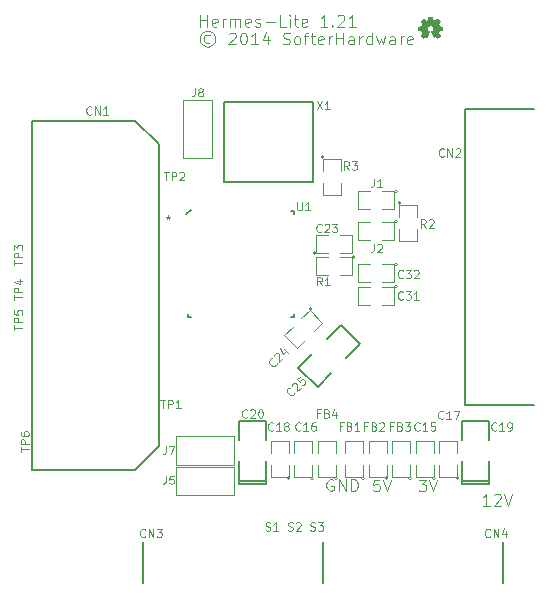
<source format=gto>
%FSLAX46Y46*%
G04 Gerber Fmt 4.6, Leading zero omitted, Abs format (unit mm)*
G04 Created by KiCad (PCBNEW (2014-08-05 BZR 5054)-product) date Sun 07 Dec 2014 10:24:09 PM PST*
%MOMM*%
G01*
G04 APERTURE LIST*
%ADD10C,0.100000*%
%ADD11C,0.150000*%
%ADD12C,0.152400*%
%ADD13C,0.099060*%
%ADD14C,0.127000*%
%ADD15C,0.002540*%
G04 APERTURE END LIST*
D10*
X40880953Y-42752381D02*
X40309524Y-42752381D01*
X40595238Y-42752381D02*
X40595238Y-41752381D01*
X40500000Y-41895238D01*
X40404762Y-41990476D01*
X40309524Y-42038095D01*
X41261905Y-41847619D02*
X41309524Y-41800000D01*
X41404762Y-41752381D01*
X41642858Y-41752381D01*
X41738096Y-41800000D01*
X41785715Y-41847619D01*
X41833334Y-41942857D01*
X41833334Y-42038095D01*
X41785715Y-42180952D01*
X41214286Y-42752381D01*
X41833334Y-42752381D01*
X42119048Y-41752381D02*
X42452381Y-42752381D01*
X42785715Y-41752381D01*
X31559524Y-40552381D02*
X31083333Y-40552381D01*
X31035714Y-41028571D01*
X31083333Y-40980952D01*
X31178571Y-40933333D01*
X31416667Y-40933333D01*
X31511905Y-40980952D01*
X31559524Y-41028571D01*
X31607143Y-41123810D01*
X31607143Y-41361905D01*
X31559524Y-41457143D01*
X31511905Y-41504762D01*
X31416667Y-41552381D01*
X31178571Y-41552381D01*
X31083333Y-41504762D01*
X31035714Y-41457143D01*
X31892857Y-40552381D02*
X32226190Y-41552381D01*
X32559524Y-40552381D01*
X27638096Y-40550000D02*
X27542858Y-40502381D01*
X27400001Y-40502381D01*
X27257143Y-40550000D01*
X27161905Y-40645238D01*
X27114286Y-40740476D01*
X27066667Y-40930952D01*
X27066667Y-41073810D01*
X27114286Y-41264286D01*
X27161905Y-41359524D01*
X27257143Y-41454762D01*
X27400001Y-41502381D01*
X27495239Y-41502381D01*
X27638096Y-41454762D01*
X27685715Y-41407143D01*
X27685715Y-41073810D01*
X27495239Y-41073810D01*
X28114286Y-41502381D02*
X28114286Y-40502381D01*
X28685715Y-41502381D01*
X28685715Y-40502381D01*
X29161905Y-41502381D02*
X29161905Y-40502381D01*
X29400000Y-40502381D01*
X29542858Y-40550000D01*
X29638096Y-40645238D01*
X29685715Y-40740476D01*
X29733334Y-40930952D01*
X29733334Y-41073810D01*
X29685715Y-41264286D01*
X29638096Y-41359524D01*
X29542858Y-41454762D01*
X29400000Y-41502381D01*
X29161905Y-41502381D01*
X34888095Y-40552381D02*
X35507143Y-40552381D01*
X35173809Y-40933333D01*
X35316667Y-40933333D01*
X35411905Y-40980952D01*
X35459524Y-41028571D01*
X35507143Y-41123810D01*
X35507143Y-41361905D01*
X35459524Y-41457143D01*
X35411905Y-41504762D01*
X35316667Y-41552381D01*
X35030952Y-41552381D01*
X34935714Y-41504762D01*
X34888095Y-41457143D01*
X35792857Y-40552381D02*
X36126190Y-41552381D01*
X36459524Y-40552381D01*
X16388095Y-2202381D02*
X16388095Y-1202381D01*
X16388095Y-1678571D02*
X16959524Y-1678571D01*
X16959524Y-2202381D02*
X16959524Y-1202381D01*
X17816667Y-2154762D02*
X17721429Y-2202381D01*
X17530952Y-2202381D01*
X17435714Y-2154762D01*
X17388095Y-2059524D01*
X17388095Y-1678571D01*
X17435714Y-1583333D01*
X17530952Y-1535714D01*
X17721429Y-1535714D01*
X17816667Y-1583333D01*
X17864286Y-1678571D01*
X17864286Y-1773810D01*
X17388095Y-1869048D01*
X18292857Y-2202381D02*
X18292857Y-1535714D01*
X18292857Y-1726190D02*
X18340476Y-1630952D01*
X18388095Y-1583333D01*
X18483333Y-1535714D01*
X18578572Y-1535714D01*
X18911905Y-2202381D02*
X18911905Y-1535714D01*
X18911905Y-1630952D02*
X18959524Y-1583333D01*
X19054762Y-1535714D01*
X19197620Y-1535714D01*
X19292858Y-1583333D01*
X19340477Y-1678571D01*
X19340477Y-2202381D01*
X19340477Y-1678571D02*
X19388096Y-1583333D01*
X19483334Y-1535714D01*
X19626191Y-1535714D01*
X19721429Y-1583333D01*
X19769048Y-1678571D01*
X19769048Y-2202381D01*
X20626191Y-2154762D02*
X20530953Y-2202381D01*
X20340476Y-2202381D01*
X20245238Y-2154762D01*
X20197619Y-2059524D01*
X20197619Y-1678571D01*
X20245238Y-1583333D01*
X20340476Y-1535714D01*
X20530953Y-1535714D01*
X20626191Y-1583333D01*
X20673810Y-1678571D01*
X20673810Y-1773810D01*
X20197619Y-1869048D01*
X21054762Y-2154762D02*
X21150000Y-2202381D01*
X21340476Y-2202381D01*
X21435715Y-2154762D01*
X21483334Y-2059524D01*
X21483334Y-2011905D01*
X21435715Y-1916667D01*
X21340476Y-1869048D01*
X21197619Y-1869048D01*
X21102381Y-1821429D01*
X21054762Y-1726190D01*
X21054762Y-1678571D01*
X21102381Y-1583333D01*
X21197619Y-1535714D01*
X21340476Y-1535714D01*
X21435715Y-1583333D01*
X21911905Y-1821429D02*
X22673810Y-1821429D01*
X23626191Y-2202381D02*
X23150000Y-2202381D01*
X23150000Y-1202381D01*
X23959524Y-2202381D02*
X23959524Y-1535714D01*
X23959524Y-1202381D02*
X23911905Y-1250000D01*
X23959524Y-1297619D01*
X24007143Y-1250000D01*
X23959524Y-1202381D01*
X23959524Y-1297619D01*
X24292857Y-1535714D02*
X24673809Y-1535714D01*
X24435714Y-1202381D02*
X24435714Y-2059524D01*
X24483333Y-2154762D01*
X24578571Y-2202381D01*
X24673809Y-2202381D01*
X25388096Y-2154762D02*
X25292858Y-2202381D01*
X25102381Y-2202381D01*
X25007143Y-2154762D01*
X24959524Y-2059524D01*
X24959524Y-1678571D01*
X25007143Y-1583333D01*
X25102381Y-1535714D01*
X25292858Y-1535714D01*
X25388096Y-1583333D01*
X25435715Y-1678571D01*
X25435715Y-1773810D01*
X24959524Y-1869048D01*
X27150001Y-2202381D02*
X26578572Y-2202381D01*
X26864286Y-2202381D02*
X26864286Y-1202381D01*
X26769048Y-1345238D01*
X26673810Y-1440476D01*
X26578572Y-1488095D01*
X27578572Y-2107143D02*
X27626191Y-2154762D01*
X27578572Y-2202381D01*
X27530953Y-2154762D01*
X27578572Y-2107143D01*
X27578572Y-2202381D01*
X28007143Y-1297619D02*
X28054762Y-1250000D01*
X28150000Y-1202381D01*
X28388096Y-1202381D01*
X28483334Y-1250000D01*
X28530953Y-1297619D01*
X28578572Y-1392857D01*
X28578572Y-1488095D01*
X28530953Y-1630952D01*
X27959524Y-2202381D01*
X28578572Y-2202381D01*
X29530953Y-2202381D02*
X28959524Y-2202381D01*
X29245238Y-2202381D02*
X29245238Y-1202381D01*
X29150000Y-1345238D01*
X29054762Y-1440476D01*
X28959524Y-1488095D01*
X17197619Y-2940476D02*
X17102381Y-2892857D01*
X16911905Y-2892857D01*
X16816667Y-2940476D01*
X16721429Y-3035714D01*
X16673810Y-3130952D01*
X16673810Y-3321429D01*
X16721429Y-3416667D01*
X16816667Y-3511905D01*
X16911905Y-3559524D01*
X17102381Y-3559524D01*
X17197619Y-3511905D01*
X17007143Y-2559524D02*
X16769048Y-2607143D01*
X16530952Y-2750000D01*
X16388095Y-2988095D01*
X16340476Y-3226190D01*
X16388095Y-3464286D01*
X16530952Y-3702381D01*
X16769048Y-3845238D01*
X17007143Y-3892857D01*
X17245238Y-3845238D01*
X17483333Y-3702381D01*
X17626190Y-3464286D01*
X17673810Y-3226190D01*
X17626190Y-2988095D01*
X17483333Y-2750000D01*
X17245238Y-2607143D01*
X17007143Y-2559524D01*
X18816667Y-2797619D02*
X18864286Y-2750000D01*
X18959524Y-2702381D01*
X19197620Y-2702381D01*
X19292858Y-2750000D01*
X19340477Y-2797619D01*
X19388096Y-2892857D01*
X19388096Y-2988095D01*
X19340477Y-3130952D01*
X18769048Y-3702381D01*
X19388096Y-3702381D01*
X20007143Y-2702381D02*
X20102382Y-2702381D01*
X20197620Y-2750000D01*
X20245239Y-2797619D01*
X20292858Y-2892857D01*
X20340477Y-3083333D01*
X20340477Y-3321429D01*
X20292858Y-3511905D01*
X20245239Y-3607143D01*
X20197620Y-3654762D01*
X20102382Y-3702381D01*
X20007143Y-3702381D01*
X19911905Y-3654762D01*
X19864286Y-3607143D01*
X19816667Y-3511905D01*
X19769048Y-3321429D01*
X19769048Y-3083333D01*
X19816667Y-2892857D01*
X19864286Y-2797619D01*
X19911905Y-2750000D01*
X20007143Y-2702381D01*
X21292858Y-3702381D02*
X20721429Y-3702381D01*
X21007143Y-3702381D02*
X21007143Y-2702381D01*
X20911905Y-2845238D01*
X20816667Y-2940476D01*
X20721429Y-2988095D01*
X22150001Y-3035714D02*
X22150001Y-3702381D01*
X21911905Y-2654762D02*
X21673810Y-3369048D01*
X22292858Y-3369048D01*
X23388096Y-3654762D02*
X23530953Y-3702381D01*
X23769049Y-3702381D01*
X23864287Y-3654762D01*
X23911906Y-3607143D01*
X23959525Y-3511905D01*
X23959525Y-3416667D01*
X23911906Y-3321429D01*
X23864287Y-3273810D01*
X23769049Y-3226190D01*
X23578572Y-3178571D01*
X23483334Y-3130952D01*
X23435715Y-3083333D01*
X23388096Y-2988095D01*
X23388096Y-2892857D01*
X23435715Y-2797619D01*
X23483334Y-2750000D01*
X23578572Y-2702381D01*
X23816668Y-2702381D01*
X23959525Y-2750000D01*
X24530953Y-3702381D02*
X24435715Y-3654762D01*
X24388096Y-3607143D01*
X24340477Y-3511905D01*
X24340477Y-3226190D01*
X24388096Y-3130952D01*
X24435715Y-3083333D01*
X24530953Y-3035714D01*
X24673811Y-3035714D01*
X24769049Y-3083333D01*
X24816668Y-3130952D01*
X24864287Y-3226190D01*
X24864287Y-3511905D01*
X24816668Y-3607143D01*
X24769049Y-3654762D01*
X24673811Y-3702381D01*
X24530953Y-3702381D01*
X25150001Y-3035714D02*
X25530953Y-3035714D01*
X25292858Y-3702381D02*
X25292858Y-2845238D01*
X25340477Y-2750000D01*
X25435715Y-2702381D01*
X25530953Y-2702381D01*
X25721430Y-3035714D02*
X26102382Y-3035714D01*
X25864287Y-2702381D02*
X25864287Y-3559524D01*
X25911906Y-3654762D01*
X26007144Y-3702381D01*
X26102382Y-3702381D01*
X26816669Y-3654762D02*
X26721431Y-3702381D01*
X26530954Y-3702381D01*
X26435716Y-3654762D01*
X26388097Y-3559524D01*
X26388097Y-3178571D01*
X26435716Y-3083333D01*
X26530954Y-3035714D01*
X26721431Y-3035714D01*
X26816669Y-3083333D01*
X26864288Y-3178571D01*
X26864288Y-3273810D01*
X26388097Y-3369048D01*
X27292859Y-3702381D02*
X27292859Y-3035714D01*
X27292859Y-3226190D02*
X27340478Y-3130952D01*
X27388097Y-3083333D01*
X27483335Y-3035714D01*
X27578574Y-3035714D01*
X27911907Y-3702381D02*
X27911907Y-2702381D01*
X27911907Y-3178571D02*
X28483336Y-3178571D01*
X28483336Y-3702381D02*
X28483336Y-2702381D01*
X29388098Y-3702381D02*
X29388098Y-3178571D01*
X29340479Y-3083333D01*
X29245241Y-3035714D01*
X29054764Y-3035714D01*
X28959526Y-3083333D01*
X29388098Y-3654762D02*
X29292860Y-3702381D01*
X29054764Y-3702381D01*
X28959526Y-3654762D01*
X28911907Y-3559524D01*
X28911907Y-3464286D01*
X28959526Y-3369048D01*
X29054764Y-3321429D01*
X29292860Y-3321429D01*
X29388098Y-3273810D01*
X29864288Y-3702381D02*
X29864288Y-3035714D01*
X29864288Y-3226190D02*
X29911907Y-3130952D01*
X29959526Y-3083333D01*
X30054764Y-3035714D01*
X30150003Y-3035714D01*
X30911908Y-3702381D02*
X30911908Y-2702381D01*
X30911908Y-3654762D02*
X30816670Y-3702381D01*
X30626193Y-3702381D01*
X30530955Y-3654762D01*
X30483336Y-3607143D01*
X30435717Y-3511905D01*
X30435717Y-3226190D01*
X30483336Y-3130952D01*
X30530955Y-3083333D01*
X30626193Y-3035714D01*
X30816670Y-3035714D01*
X30911908Y-3083333D01*
X31292860Y-3035714D02*
X31483336Y-3702381D01*
X31673813Y-3226190D01*
X31864289Y-3702381D01*
X32054765Y-3035714D01*
X32864289Y-3702381D02*
X32864289Y-3178571D01*
X32816670Y-3083333D01*
X32721432Y-3035714D01*
X32530955Y-3035714D01*
X32435717Y-3083333D01*
X32864289Y-3654762D02*
X32769051Y-3702381D01*
X32530955Y-3702381D01*
X32435717Y-3654762D01*
X32388098Y-3559524D01*
X32388098Y-3464286D01*
X32435717Y-3369048D01*
X32530955Y-3321429D01*
X32769051Y-3321429D01*
X32864289Y-3273810D01*
X33340479Y-3702381D02*
X33340479Y-3035714D01*
X33340479Y-3226190D02*
X33388098Y-3130952D01*
X33435717Y-3083333D01*
X33530955Y-3035714D01*
X33626194Y-3035714D01*
X34340480Y-3654762D02*
X34245242Y-3702381D01*
X34054765Y-3702381D01*
X33959527Y-3654762D01*
X33911908Y-3559524D01*
X33911908Y-3178571D01*
X33959527Y-3083333D01*
X34054765Y-3035714D01*
X34245242Y-3035714D01*
X34340480Y-3083333D01*
X34388099Y-3178571D01*
X34388099Y-3273810D01*
X33911908Y-3369048D01*
D11*
X44600000Y-9200000D02*
X38800000Y-9200000D01*
X38800000Y-9200000D02*
X38800000Y-34200000D01*
X38800000Y-34200000D02*
X44600000Y-34200000D01*
X15600000Y-17700000D02*
X15200000Y-18100000D01*
D12*
X24295800Y-18058200D02*
X24295800Y-17804200D01*
X24041800Y-26795800D02*
X24295800Y-26795800D01*
X15304200Y-26541800D02*
X15304200Y-26795800D01*
X15304200Y-26795800D02*
X15558200Y-26795800D01*
X24295800Y-26795800D02*
X24295800Y-26541800D01*
X24295800Y-17804200D02*
X24041800Y-17804200D01*
D13*
X26176000Y-21362000D02*
G75*
G03X26176000Y-21362000I-127000J0D01*
G74*
G01*
X27192000Y-21362000D02*
X26176000Y-21362000D01*
X26176000Y-21362000D02*
X26176000Y-19838000D01*
X26176000Y-19838000D02*
X27192000Y-19838000D01*
X28208000Y-19838000D02*
X29224000Y-19838000D01*
X29224000Y-19838000D02*
X29224000Y-21362000D01*
X29224000Y-21362000D02*
X28208000Y-21362000D01*
X25855618Y-26093751D02*
G75*
G03X25855618Y-26093751I-127000J0D01*
G74*
G01*
X24920395Y-26901974D02*
X25638815Y-26183554D01*
X25638815Y-26183554D02*
X26716446Y-27261185D01*
X26716446Y-27261185D02*
X25998026Y-27979605D01*
X25279605Y-28698026D02*
X24561185Y-29416446D01*
X24561185Y-29416446D02*
X23483554Y-28338815D01*
X23483554Y-28338815D02*
X24201974Y-27620395D01*
D14*
X29904274Y-29112172D02*
X28287828Y-27495726D01*
X28287828Y-27495726D02*
X27120395Y-28663159D01*
X27479605Y-31536841D02*
X26312172Y-32704274D01*
X26312172Y-32704274D02*
X24695726Y-31087828D01*
X24695726Y-31087828D02*
X25863159Y-29920395D01*
X28736841Y-30279605D02*
X29904274Y-29112172D01*
D11*
X25900000Y-15350000D02*
X25900000Y-8550000D01*
X25900000Y-8550000D02*
X18400000Y-8550000D01*
X18400000Y-8550000D02*
X18400000Y-15350000D01*
X18400000Y-15350000D02*
X25900000Y-15350000D01*
X25900000Y-15350000D02*
X25900000Y-15250000D01*
X25900000Y-15250000D02*
X25900000Y-15350000D01*
D13*
X29478000Y-21688000D02*
G75*
G03X29478000Y-21688000I-127000J0D01*
G74*
G01*
X28208000Y-21688000D02*
X29224000Y-21688000D01*
X29224000Y-21688000D02*
X29224000Y-23212000D01*
X29224000Y-23212000D02*
X28208000Y-23212000D01*
X27192000Y-23212000D02*
X26176000Y-23212000D01*
X26176000Y-23212000D02*
X26176000Y-21688000D01*
X26176000Y-21688000D02*
X27192000Y-21688000D01*
D14*
X2120000Y-39735000D02*
X2120000Y-10165000D01*
X2120000Y-10165000D02*
X10880000Y-10165000D01*
X10880000Y-10165000D02*
X12880000Y-12165000D01*
X12880000Y-12165000D02*
X12880000Y-37735000D01*
X12880000Y-37735000D02*
X10880000Y-39735000D01*
X10880000Y-39735000D02*
X2120000Y-39735000D01*
D13*
X33078000Y-24238000D02*
G75*
G03X33078000Y-24238000I-127000J0D01*
G74*
G01*
X31808000Y-24238000D02*
X32824000Y-24238000D01*
X32824000Y-24238000D02*
X32824000Y-25762000D01*
X32824000Y-25762000D02*
X31808000Y-25762000D01*
X30792000Y-25762000D02*
X29776000Y-25762000D01*
X29776000Y-25762000D02*
X29776000Y-24238000D01*
X29776000Y-24238000D02*
X30792000Y-24238000D01*
X33078000Y-22338000D02*
G75*
G03X33078000Y-22338000I-127000J0D01*
G74*
G01*
X31808000Y-22338000D02*
X32824000Y-22338000D01*
X32824000Y-22338000D02*
X32824000Y-23862000D01*
X32824000Y-23862000D02*
X31808000Y-23862000D01*
X30792000Y-23862000D02*
X29776000Y-23862000D01*
X29776000Y-23862000D02*
X29776000Y-22338000D01*
X29776000Y-22338000D02*
X30792000Y-22338000D01*
X30289000Y-40451000D02*
G75*
G03X30289000Y-40451000I-127000J0D01*
G74*
G01*
X30162000Y-39308000D02*
X30162000Y-40324000D01*
X30162000Y-40324000D02*
X28638000Y-40324000D01*
X28638000Y-40324000D02*
X28638000Y-39308000D01*
X28638000Y-38292000D02*
X28638000Y-37276000D01*
X28638000Y-37276000D02*
X30162000Y-37276000D01*
X30162000Y-37276000D02*
X30162000Y-38292000D01*
X32289000Y-40451000D02*
G75*
G03X32289000Y-40451000I-127000J0D01*
G74*
G01*
X32162000Y-39308000D02*
X32162000Y-40324000D01*
X32162000Y-40324000D02*
X30638000Y-40324000D01*
X30638000Y-40324000D02*
X30638000Y-39308000D01*
X30638000Y-38292000D02*
X30638000Y-37276000D01*
X30638000Y-37276000D02*
X32162000Y-37276000D01*
X32162000Y-37276000D02*
X32162000Y-38292000D01*
X34289000Y-40451000D02*
G75*
G03X34289000Y-40451000I-127000J0D01*
G74*
G01*
X34162000Y-39308000D02*
X34162000Y-40324000D01*
X34162000Y-40324000D02*
X32638000Y-40324000D01*
X32638000Y-40324000D02*
X32638000Y-39308000D01*
X32638000Y-38292000D02*
X32638000Y-37276000D01*
X32638000Y-37276000D02*
X34162000Y-37276000D01*
X34162000Y-37276000D02*
X34162000Y-38292000D01*
X27989000Y-40451000D02*
G75*
G03X27989000Y-40451000I-127000J0D01*
G74*
G01*
X27862000Y-39308000D02*
X27862000Y-40324000D01*
X27862000Y-40324000D02*
X26338000Y-40324000D01*
X26338000Y-40324000D02*
X26338000Y-39308000D01*
X26338000Y-38292000D02*
X26338000Y-37276000D01*
X26338000Y-37276000D02*
X27862000Y-37276000D01*
X27862000Y-37276000D02*
X27862000Y-38292000D01*
X33078000Y-16138000D02*
G75*
G03X33078000Y-16138000I-127000J0D01*
G74*
G01*
X31808000Y-16138000D02*
X32824000Y-16138000D01*
X32824000Y-16138000D02*
X32824000Y-17662000D01*
X32824000Y-17662000D02*
X31808000Y-17662000D01*
X30792000Y-17662000D02*
X29776000Y-17662000D01*
X29776000Y-17662000D02*
X29776000Y-16138000D01*
X29776000Y-16138000D02*
X30792000Y-16138000D01*
X33078000Y-18738000D02*
G75*
G03X33078000Y-18738000I-127000J0D01*
G74*
G01*
X31808000Y-18738000D02*
X32824000Y-18738000D01*
X32824000Y-18738000D02*
X32824000Y-20262000D01*
X32824000Y-20262000D02*
X31808000Y-20262000D01*
X30792000Y-20262000D02*
X29776000Y-20262000D01*
X29776000Y-20262000D02*
X29776000Y-18738000D01*
X29776000Y-18738000D02*
X30792000Y-18738000D01*
X36289000Y-40451000D02*
G75*
G03X36289000Y-40451000I-127000J0D01*
G74*
G01*
X36162000Y-39308000D02*
X36162000Y-40324000D01*
X36162000Y-40324000D02*
X34638000Y-40324000D01*
X34638000Y-40324000D02*
X34638000Y-39308000D01*
X34638000Y-38292000D02*
X34638000Y-37276000D01*
X34638000Y-37276000D02*
X36162000Y-37276000D01*
X36162000Y-37276000D02*
X36162000Y-38292000D01*
X25989000Y-40451000D02*
G75*
G03X25989000Y-40451000I-127000J0D01*
G74*
G01*
X25862000Y-39308000D02*
X25862000Y-40324000D01*
X25862000Y-40324000D02*
X24338000Y-40324000D01*
X24338000Y-40324000D02*
X24338000Y-39308000D01*
X24338000Y-38292000D02*
X24338000Y-37276000D01*
X24338000Y-37276000D02*
X25862000Y-37276000D01*
X25862000Y-37276000D02*
X25862000Y-38292000D01*
X38289000Y-40451000D02*
G75*
G03X38289000Y-40451000I-127000J0D01*
G74*
G01*
X38162000Y-39308000D02*
X38162000Y-40324000D01*
X38162000Y-40324000D02*
X36638000Y-40324000D01*
X36638000Y-40324000D02*
X36638000Y-39308000D01*
X36638000Y-38292000D02*
X36638000Y-37276000D01*
X36638000Y-37276000D02*
X38162000Y-37276000D01*
X38162000Y-37276000D02*
X38162000Y-38292000D01*
X23989000Y-40451000D02*
G75*
G03X23989000Y-40451000I-127000J0D01*
G74*
G01*
X23862000Y-39308000D02*
X23862000Y-40324000D01*
X23862000Y-40324000D02*
X22338000Y-40324000D01*
X22338000Y-40324000D02*
X22338000Y-39308000D01*
X22338000Y-38292000D02*
X22338000Y-37276000D01*
X22338000Y-37276000D02*
X23862000Y-37276000D01*
X23862000Y-37276000D02*
X23862000Y-38292000D01*
D14*
X38557000Y-40640000D02*
X38557000Y-40894000D01*
X38557000Y-40894000D02*
X40843000Y-40894000D01*
X40843000Y-40894000D02*
X40843000Y-40640000D01*
X38557000Y-40640000D02*
X40843000Y-40640000D01*
X40843000Y-40640000D02*
X40843000Y-38989000D01*
X38557000Y-37211000D02*
X38557000Y-35560000D01*
X38557000Y-35560000D02*
X40843000Y-35560000D01*
X40843000Y-35560000D02*
X40843000Y-37211000D01*
X38557000Y-38989000D02*
X38557000Y-40640000D01*
X19657000Y-40640000D02*
X19657000Y-40894000D01*
X19657000Y-40894000D02*
X21943000Y-40894000D01*
X21943000Y-40894000D02*
X21943000Y-40640000D01*
X19657000Y-40640000D02*
X21943000Y-40640000D01*
X21943000Y-40640000D02*
X21943000Y-38989000D01*
X19657000Y-37211000D02*
X19657000Y-35560000D01*
X19657000Y-35560000D02*
X21943000Y-35560000D01*
X21943000Y-35560000D02*
X21943000Y-37211000D01*
X19657000Y-38989000D02*
X19657000Y-40640000D01*
D13*
X33365000Y-17149000D02*
G75*
G03X33365000Y-17149000I-127000J0D01*
G74*
G01*
X33238000Y-18292000D02*
X33238000Y-17276000D01*
X33238000Y-17276000D02*
X34762000Y-17276000D01*
X34762000Y-17276000D02*
X34762000Y-18292000D01*
X34762000Y-19308000D02*
X34762000Y-20324000D01*
X34762000Y-20324000D02*
X33238000Y-20324000D01*
X33238000Y-20324000D02*
X33238000Y-19308000D01*
X26865000Y-13249000D02*
G75*
G03X26865000Y-13249000I-127000J0D01*
G74*
G01*
X26738000Y-14392000D02*
X26738000Y-13376000D01*
X26738000Y-13376000D02*
X28262000Y-13376000D01*
X28262000Y-13376000D02*
X28262000Y-14392000D01*
X28262000Y-15408000D02*
X28262000Y-16424000D01*
X28262000Y-16424000D02*
X26738000Y-16424000D01*
X26738000Y-16424000D02*
X26738000Y-15408000D01*
D10*
X14350000Y-41850000D02*
X19250000Y-41850000D01*
X19250000Y-41850000D02*
X19250000Y-39450000D01*
X19250000Y-39450000D02*
X14350000Y-39450000D01*
X14350000Y-39450000D02*
X14350000Y-41850000D01*
X19250000Y-36900000D02*
X14350000Y-36900000D01*
X14350000Y-36900000D02*
X14350000Y-39300000D01*
X14350000Y-39300000D02*
X19250000Y-39300000D01*
X19250000Y-39300000D02*
X19250000Y-36900000D01*
X14950000Y-8400000D02*
X14950000Y-13300000D01*
X14950000Y-13300000D02*
X17350000Y-13300000D01*
X17350000Y-13300000D02*
X17350000Y-8400000D01*
X17350000Y-8400000D02*
X14950000Y-8400000D01*
D11*
X11530000Y-45800000D02*
X11530000Y-49300000D01*
X26770000Y-49300000D02*
X26770000Y-45800000D01*
X26770000Y-45800000D02*
X26770000Y-49300000D01*
X42010000Y-49300000D02*
X42010000Y-45800000D01*
D15*
G36*
X35245480Y-3146620D02*
X35255640Y-3141540D01*
X35278500Y-3126300D01*
X35311520Y-3105980D01*
X35352160Y-3078040D01*
X35390260Y-3052640D01*
X35423280Y-3029780D01*
X35446140Y-3014540D01*
X35456300Y-3009460D01*
X35461380Y-3012000D01*
X35479160Y-3022160D01*
X35507100Y-3034860D01*
X35522340Y-3042480D01*
X35547740Y-3055180D01*
X35560440Y-3057720D01*
X35562980Y-3052640D01*
X35573140Y-3034860D01*
X35585840Y-3001840D01*
X35606160Y-2958660D01*
X35626480Y-2907860D01*
X35649340Y-2851980D01*
X35672200Y-2796100D01*
X35695060Y-2742760D01*
X35715380Y-2694500D01*
X35730620Y-2656400D01*
X35740780Y-2628460D01*
X35745860Y-2618300D01*
X35743320Y-2615760D01*
X35730620Y-2603060D01*
X35710300Y-2587820D01*
X35662040Y-2547180D01*
X35616320Y-2488760D01*
X35585840Y-2422720D01*
X35578220Y-2349060D01*
X35585840Y-2283020D01*
X35611240Y-2219520D01*
X35656960Y-2158560D01*
X35712840Y-2115380D01*
X35778880Y-2087440D01*
X35850000Y-2079820D01*
X35918580Y-2087440D01*
X35984620Y-2112840D01*
X36045580Y-2158560D01*
X36068440Y-2186500D01*
X36104000Y-2247460D01*
X36124320Y-2308420D01*
X36124320Y-2323660D01*
X36121780Y-2394780D01*
X36101460Y-2463360D01*
X36065900Y-2521780D01*
X36012560Y-2572580D01*
X36007480Y-2577660D01*
X35982080Y-2595440D01*
X35966840Y-2605600D01*
X35954140Y-2615760D01*
X36043040Y-2831660D01*
X36058280Y-2867220D01*
X36083680Y-2925640D01*
X36104000Y-2976440D01*
X36121780Y-3017080D01*
X36134480Y-3042480D01*
X36139560Y-3055180D01*
X36139560Y-3055180D01*
X36147180Y-3055180D01*
X36162420Y-3050100D01*
X36192900Y-3034860D01*
X36213220Y-3024700D01*
X36236080Y-3014540D01*
X36246240Y-3009460D01*
X36256400Y-3014540D01*
X36276720Y-3029780D01*
X36309740Y-3050100D01*
X36347840Y-3075500D01*
X36383400Y-3100900D01*
X36418960Y-3123760D01*
X36441820Y-3139000D01*
X36454520Y-3146620D01*
X36457060Y-3146620D01*
X36467220Y-3139000D01*
X36487540Y-3123760D01*
X36515480Y-3095820D01*
X36556120Y-3055180D01*
X36563740Y-3050100D01*
X36596760Y-3014540D01*
X36624700Y-2984060D01*
X36645020Y-2963740D01*
X36650100Y-2956120D01*
X36650100Y-2956120D01*
X36645020Y-2943420D01*
X36629780Y-2918020D01*
X36606920Y-2885000D01*
X36578980Y-2844360D01*
X36507860Y-2740220D01*
X36548500Y-2643700D01*
X36558660Y-2613220D01*
X36573900Y-2577660D01*
X36586600Y-2552260D01*
X36591680Y-2539560D01*
X36601840Y-2537020D01*
X36629780Y-2529400D01*
X36667880Y-2521780D01*
X36713600Y-2514160D01*
X36759320Y-2504000D01*
X36797420Y-2496380D01*
X36827900Y-2491300D01*
X36840600Y-2488760D01*
X36843140Y-2486220D01*
X36845680Y-2481140D01*
X36848220Y-2468440D01*
X36848220Y-2443040D01*
X36848220Y-2404940D01*
X36848220Y-2349060D01*
X36848220Y-2343980D01*
X36848220Y-2290640D01*
X36848220Y-2250000D01*
X36845680Y-2224600D01*
X36843140Y-2214440D01*
X36843140Y-2214440D01*
X36830440Y-2209360D01*
X36802500Y-2204280D01*
X36764400Y-2196660D01*
X36716140Y-2186500D01*
X36713600Y-2186500D01*
X36665340Y-2178880D01*
X36627240Y-2168720D01*
X36599300Y-2163640D01*
X36586600Y-2158560D01*
X36584060Y-2156020D01*
X36573900Y-2138240D01*
X36561200Y-2107760D01*
X36545960Y-2072200D01*
X36530720Y-2036640D01*
X36515480Y-2001080D01*
X36507860Y-1978220D01*
X36505320Y-1965520D01*
X36505320Y-1965520D01*
X36512940Y-1955360D01*
X36528180Y-1929960D01*
X36551040Y-1896940D01*
X36578980Y-1856300D01*
X36581520Y-1851220D01*
X36609460Y-1813120D01*
X36629780Y-1777560D01*
X36645020Y-1754700D01*
X36650100Y-1744540D01*
X36650100Y-1742000D01*
X36642480Y-1731840D01*
X36622160Y-1708980D01*
X36591680Y-1678500D01*
X36556120Y-1642940D01*
X36545960Y-1632780D01*
X36507860Y-1594680D01*
X36479920Y-1569280D01*
X36462140Y-1556580D01*
X36454520Y-1551500D01*
X36454520Y-1554040D01*
X36441820Y-1559120D01*
X36416420Y-1576900D01*
X36383400Y-1599760D01*
X36342760Y-1627700D01*
X36340220Y-1630240D01*
X36299580Y-1655640D01*
X36266560Y-1678500D01*
X36243700Y-1693740D01*
X36233540Y-1701360D01*
X36231000Y-1701360D01*
X36215760Y-1696280D01*
X36185280Y-1686120D01*
X36152260Y-1673420D01*
X36114160Y-1658180D01*
X36081140Y-1642940D01*
X36055740Y-1632780D01*
X36043040Y-1625160D01*
X36043040Y-1625160D01*
X36037960Y-1609920D01*
X36032880Y-1579440D01*
X36022720Y-1538800D01*
X36015100Y-1490540D01*
X36012560Y-1482920D01*
X36004940Y-1434660D01*
X35997320Y-1396560D01*
X35989700Y-1368620D01*
X35987160Y-1355920D01*
X35982080Y-1355920D01*
X35956680Y-1353380D01*
X35921120Y-1353380D01*
X35877940Y-1353380D01*
X35834760Y-1353380D01*
X35791580Y-1353380D01*
X35753480Y-1355920D01*
X35728080Y-1355920D01*
X35715380Y-1358460D01*
X35715380Y-1361000D01*
X35710300Y-1373700D01*
X35705220Y-1404180D01*
X35695060Y-1444820D01*
X35687440Y-1495620D01*
X35684900Y-1503240D01*
X35677280Y-1551500D01*
X35667120Y-1589600D01*
X35662040Y-1617540D01*
X35659500Y-1627700D01*
X35654420Y-1630240D01*
X35636640Y-1637860D01*
X35603620Y-1650560D01*
X35562980Y-1668340D01*
X35471540Y-1703900D01*
X35359780Y-1627700D01*
X35349620Y-1620080D01*
X35308980Y-1592140D01*
X35275960Y-1571820D01*
X35253100Y-1556580D01*
X35242940Y-1551500D01*
X35242940Y-1551500D01*
X35232780Y-1561660D01*
X35209920Y-1581980D01*
X35179440Y-1612460D01*
X35143880Y-1645480D01*
X35118480Y-1673420D01*
X35088000Y-1703900D01*
X35067680Y-1724220D01*
X35057520Y-1739460D01*
X35052440Y-1747080D01*
X35054980Y-1752160D01*
X35060060Y-1764860D01*
X35077840Y-1787720D01*
X35100700Y-1823280D01*
X35128640Y-1861380D01*
X35151500Y-1896940D01*
X35174360Y-1932500D01*
X35189600Y-1960440D01*
X35197220Y-1973140D01*
X35194680Y-1978220D01*
X35187060Y-2001080D01*
X35174360Y-2034100D01*
X35156580Y-2074740D01*
X35118480Y-2163640D01*
X35060060Y-2173800D01*
X35024500Y-2181420D01*
X34973700Y-2189040D01*
X34927980Y-2199200D01*
X34854320Y-2214440D01*
X34851780Y-2481140D01*
X34861940Y-2486220D01*
X34874640Y-2491300D01*
X34900040Y-2496380D01*
X34940680Y-2504000D01*
X34986400Y-2511620D01*
X35024500Y-2519240D01*
X35065140Y-2526860D01*
X35093080Y-2531940D01*
X35105780Y-2534480D01*
X35108320Y-2539560D01*
X35118480Y-2559880D01*
X35133720Y-2590360D01*
X35148960Y-2625920D01*
X35164200Y-2664020D01*
X35176900Y-2699580D01*
X35187060Y-2724980D01*
X35192140Y-2740220D01*
X35187060Y-2750380D01*
X35171820Y-2773240D01*
X35148960Y-2806260D01*
X35123560Y-2844360D01*
X35095620Y-2885000D01*
X35072760Y-2918020D01*
X35057520Y-2943420D01*
X35049900Y-2953580D01*
X35054980Y-2961200D01*
X35070220Y-2978980D01*
X35098160Y-3009460D01*
X35143880Y-3055180D01*
X35151500Y-3060260D01*
X35184520Y-3095820D01*
X35215000Y-3121220D01*
X35235320Y-3141540D01*
X35245480Y-3146620D01*
X35245480Y-3146620D01*
G37*
X35245480Y-3146620D02*
X35255640Y-3141540D01*
X35278500Y-3126300D01*
X35311520Y-3105980D01*
X35352160Y-3078040D01*
X35390260Y-3052640D01*
X35423280Y-3029780D01*
X35446140Y-3014540D01*
X35456300Y-3009460D01*
X35461380Y-3012000D01*
X35479160Y-3022160D01*
X35507100Y-3034860D01*
X35522340Y-3042480D01*
X35547740Y-3055180D01*
X35560440Y-3057720D01*
X35562980Y-3052640D01*
X35573140Y-3034860D01*
X35585840Y-3001840D01*
X35606160Y-2958660D01*
X35626480Y-2907860D01*
X35649340Y-2851980D01*
X35672200Y-2796100D01*
X35695060Y-2742760D01*
X35715380Y-2694500D01*
X35730620Y-2656400D01*
X35740780Y-2628460D01*
X35745860Y-2618300D01*
X35743320Y-2615760D01*
X35730620Y-2603060D01*
X35710300Y-2587820D01*
X35662040Y-2547180D01*
X35616320Y-2488760D01*
X35585840Y-2422720D01*
X35578220Y-2349060D01*
X35585840Y-2283020D01*
X35611240Y-2219520D01*
X35656960Y-2158560D01*
X35712840Y-2115380D01*
X35778880Y-2087440D01*
X35850000Y-2079820D01*
X35918580Y-2087440D01*
X35984620Y-2112840D01*
X36045580Y-2158560D01*
X36068440Y-2186500D01*
X36104000Y-2247460D01*
X36124320Y-2308420D01*
X36124320Y-2323660D01*
X36121780Y-2394780D01*
X36101460Y-2463360D01*
X36065900Y-2521780D01*
X36012560Y-2572580D01*
X36007480Y-2577660D01*
X35982080Y-2595440D01*
X35966840Y-2605600D01*
X35954140Y-2615760D01*
X36043040Y-2831660D01*
X36058280Y-2867220D01*
X36083680Y-2925640D01*
X36104000Y-2976440D01*
X36121780Y-3017080D01*
X36134480Y-3042480D01*
X36139560Y-3055180D01*
X36139560Y-3055180D01*
X36147180Y-3055180D01*
X36162420Y-3050100D01*
X36192900Y-3034860D01*
X36213220Y-3024700D01*
X36236080Y-3014540D01*
X36246240Y-3009460D01*
X36256400Y-3014540D01*
X36276720Y-3029780D01*
X36309740Y-3050100D01*
X36347840Y-3075500D01*
X36383400Y-3100900D01*
X36418960Y-3123760D01*
X36441820Y-3139000D01*
X36454520Y-3146620D01*
X36457060Y-3146620D01*
X36467220Y-3139000D01*
X36487540Y-3123760D01*
X36515480Y-3095820D01*
X36556120Y-3055180D01*
X36563740Y-3050100D01*
X36596760Y-3014540D01*
X36624700Y-2984060D01*
X36645020Y-2963740D01*
X36650100Y-2956120D01*
X36650100Y-2956120D01*
X36645020Y-2943420D01*
X36629780Y-2918020D01*
X36606920Y-2885000D01*
X36578980Y-2844360D01*
X36507860Y-2740220D01*
X36548500Y-2643700D01*
X36558660Y-2613220D01*
X36573900Y-2577660D01*
X36586600Y-2552260D01*
X36591680Y-2539560D01*
X36601840Y-2537020D01*
X36629780Y-2529400D01*
X36667880Y-2521780D01*
X36713600Y-2514160D01*
X36759320Y-2504000D01*
X36797420Y-2496380D01*
X36827900Y-2491300D01*
X36840600Y-2488760D01*
X36843140Y-2486220D01*
X36845680Y-2481140D01*
X36848220Y-2468440D01*
X36848220Y-2443040D01*
X36848220Y-2404940D01*
X36848220Y-2349060D01*
X36848220Y-2343980D01*
X36848220Y-2290640D01*
X36848220Y-2250000D01*
X36845680Y-2224600D01*
X36843140Y-2214440D01*
X36843140Y-2214440D01*
X36830440Y-2209360D01*
X36802500Y-2204280D01*
X36764400Y-2196660D01*
X36716140Y-2186500D01*
X36713600Y-2186500D01*
X36665340Y-2178880D01*
X36627240Y-2168720D01*
X36599300Y-2163640D01*
X36586600Y-2158560D01*
X36584060Y-2156020D01*
X36573900Y-2138240D01*
X36561200Y-2107760D01*
X36545960Y-2072200D01*
X36530720Y-2036640D01*
X36515480Y-2001080D01*
X36507860Y-1978220D01*
X36505320Y-1965520D01*
X36505320Y-1965520D01*
X36512940Y-1955360D01*
X36528180Y-1929960D01*
X36551040Y-1896940D01*
X36578980Y-1856300D01*
X36581520Y-1851220D01*
X36609460Y-1813120D01*
X36629780Y-1777560D01*
X36645020Y-1754700D01*
X36650100Y-1744540D01*
X36650100Y-1742000D01*
X36642480Y-1731840D01*
X36622160Y-1708980D01*
X36591680Y-1678500D01*
X36556120Y-1642940D01*
X36545960Y-1632780D01*
X36507860Y-1594680D01*
X36479920Y-1569280D01*
X36462140Y-1556580D01*
X36454520Y-1551500D01*
X36454520Y-1554040D01*
X36441820Y-1559120D01*
X36416420Y-1576900D01*
X36383400Y-1599760D01*
X36342760Y-1627700D01*
X36340220Y-1630240D01*
X36299580Y-1655640D01*
X36266560Y-1678500D01*
X36243700Y-1693740D01*
X36233540Y-1701360D01*
X36231000Y-1701360D01*
X36215760Y-1696280D01*
X36185280Y-1686120D01*
X36152260Y-1673420D01*
X36114160Y-1658180D01*
X36081140Y-1642940D01*
X36055740Y-1632780D01*
X36043040Y-1625160D01*
X36043040Y-1625160D01*
X36037960Y-1609920D01*
X36032880Y-1579440D01*
X36022720Y-1538800D01*
X36015100Y-1490540D01*
X36012560Y-1482920D01*
X36004940Y-1434660D01*
X35997320Y-1396560D01*
X35989700Y-1368620D01*
X35987160Y-1355920D01*
X35982080Y-1355920D01*
X35956680Y-1353380D01*
X35921120Y-1353380D01*
X35877940Y-1353380D01*
X35834760Y-1353380D01*
X35791580Y-1353380D01*
X35753480Y-1355920D01*
X35728080Y-1355920D01*
X35715380Y-1358460D01*
X35715380Y-1361000D01*
X35710300Y-1373700D01*
X35705220Y-1404180D01*
X35695060Y-1444820D01*
X35687440Y-1495620D01*
X35684900Y-1503240D01*
X35677280Y-1551500D01*
X35667120Y-1589600D01*
X35662040Y-1617540D01*
X35659500Y-1627700D01*
X35654420Y-1630240D01*
X35636640Y-1637860D01*
X35603620Y-1650560D01*
X35562980Y-1668340D01*
X35471540Y-1703900D01*
X35359780Y-1627700D01*
X35349620Y-1620080D01*
X35308980Y-1592140D01*
X35275960Y-1571820D01*
X35253100Y-1556580D01*
X35242940Y-1551500D01*
X35242940Y-1551500D01*
X35232780Y-1561660D01*
X35209920Y-1581980D01*
X35179440Y-1612460D01*
X35143880Y-1645480D01*
X35118480Y-1673420D01*
X35088000Y-1703900D01*
X35067680Y-1724220D01*
X35057520Y-1739460D01*
X35052440Y-1747080D01*
X35054980Y-1752160D01*
X35060060Y-1764860D01*
X35077840Y-1787720D01*
X35100700Y-1823280D01*
X35128640Y-1861380D01*
X35151500Y-1896940D01*
X35174360Y-1932500D01*
X35189600Y-1960440D01*
X35197220Y-1973140D01*
X35194680Y-1978220D01*
X35187060Y-2001080D01*
X35174360Y-2034100D01*
X35156580Y-2074740D01*
X35118480Y-2163640D01*
X35060060Y-2173800D01*
X35024500Y-2181420D01*
X34973700Y-2189040D01*
X34927980Y-2199200D01*
X34854320Y-2214440D01*
X34851780Y-2481140D01*
X34861940Y-2486220D01*
X34874640Y-2491300D01*
X34900040Y-2496380D01*
X34940680Y-2504000D01*
X34986400Y-2511620D01*
X35024500Y-2519240D01*
X35065140Y-2526860D01*
X35093080Y-2531940D01*
X35105780Y-2534480D01*
X35108320Y-2539560D01*
X35118480Y-2559880D01*
X35133720Y-2590360D01*
X35148960Y-2625920D01*
X35164200Y-2664020D01*
X35176900Y-2699580D01*
X35187060Y-2724980D01*
X35192140Y-2740220D01*
X35187060Y-2750380D01*
X35171820Y-2773240D01*
X35148960Y-2806260D01*
X35123560Y-2844360D01*
X35095620Y-2885000D01*
X35072760Y-2918020D01*
X35057520Y-2943420D01*
X35049900Y-2953580D01*
X35054980Y-2961200D01*
X35070220Y-2978980D01*
X35098160Y-3009460D01*
X35143880Y-3055180D01*
X35151500Y-3060260D01*
X35184520Y-3095820D01*
X35215000Y-3121220D01*
X35235320Y-3141540D01*
X35245480Y-3146620D01*
D10*
X37016667Y-13150000D02*
X36983333Y-13183333D01*
X36883333Y-13216667D01*
X36816667Y-13216667D01*
X36716667Y-13183333D01*
X36650000Y-13116667D01*
X36616667Y-13050000D01*
X36583333Y-12916667D01*
X36583333Y-12816667D01*
X36616667Y-12683333D01*
X36650000Y-12616667D01*
X36716667Y-12550000D01*
X36816667Y-12516667D01*
X36883333Y-12516667D01*
X36983333Y-12550000D01*
X37016667Y-12583333D01*
X37316667Y-13216667D02*
X37316667Y-12516667D01*
X37716667Y-13216667D01*
X37716667Y-12516667D01*
X38016666Y-12583333D02*
X38050000Y-12550000D01*
X38116666Y-12516667D01*
X38283333Y-12516667D01*
X38350000Y-12550000D01*
X38383333Y-12583333D01*
X38416666Y-12650000D01*
X38416666Y-12716667D01*
X38383333Y-12816667D01*
X37983333Y-13216667D01*
X38416666Y-13216667D01*
X24591667Y-17066667D02*
X24591667Y-17633333D01*
X24625000Y-17700000D01*
X24658333Y-17733333D01*
X24725000Y-17766667D01*
X24858333Y-17766667D01*
X24925000Y-17733333D01*
X24958333Y-17700000D01*
X24991667Y-17633333D01*
X24991667Y-17066667D01*
X25691666Y-17766667D02*
X25291666Y-17766667D01*
X25491666Y-17766667D02*
X25491666Y-17066667D01*
X25425000Y-17166667D01*
X25358333Y-17233333D01*
X25291666Y-17266667D01*
X13678601Y-18182867D02*
X13678601Y-18349533D01*
X13511934Y-18282867D02*
X13678601Y-18349533D01*
X13845267Y-18282867D01*
X13578601Y-18482867D02*
X13678601Y-18349533D01*
X13778601Y-18482867D01*
X26650000Y-19550000D02*
X26616666Y-19583333D01*
X26516666Y-19616667D01*
X26450000Y-19616667D01*
X26350000Y-19583333D01*
X26283333Y-19516667D01*
X26250000Y-19450000D01*
X26216666Y-19316667D01*
X26216666Y-19216667D01*
X26250000Y-19083333D01*
X26283333Y-19016667D01*
X26350000Y-18950000D01*
X26450000Y-18916667D01*
X26516666Y-18916667D01*
X26616666Y-18950000D01*
X26650000Y-18983333D01*
X26916666Y-18983333D02*
X26950000Y-18950000D01*
X27016666Y-18916667D01*
X27183333Y-18916667D01*
X27250000Y-18950000D01*
X27283333Y-18983333D01*
X27316666Y-19050000D01*
X27316666Y-19116667D01*
X27283333Y-19216667D01*
X26883333Y-19616667D01*
X27316666Y-19616667D01*
X27550000Y-18916667D02*
X27983333Y-18916667D01*
X27750000Y-19183333D01*
X27850000Y-19183333D01*
X27916667Y-19216667D01*
X27950000Y-19250000D01*
X27983333Y-19316667D01*
X27983333Y-19483333D01*
X27950000Y-19550000D01*
X27916667Y-19583333D01*
X27850000Y-19616667D01*
X27650000Y-19616667D01*
X27583333Y-19583333D01*
X27550000Y-19550000D01*
X22858579Y-30694975D02*
X22858578Y-30742115D01*
X22811438Y-30836397D01*
X22764298Y-30883537D01*
X22670017Y-30930677D01*
X22575736Y-30930677D01*
X22505025Y-30907107D01*
X22387174Y-30836397D01*
X22316463Y-30765686D01*
X22245753Y-30647834D01*
X22222183Y-30577124D01*
X22222183Y-30482843D01*
X22269323Y-30388562D01*
X22316463Y-30341422D01*
X22410744Y-30294281D01*
X22457885Y-30294281D01*
X22646446Y-30105719D02*
X22646447Y-30058579D01*
X22670017Y-29987869D01*
X22787868Y-29870017D01*
X22858579Y-29846447D01*
X22905719Y-29846447D01*
X22976429Y-29870017D01*
X23023570Y-29917158D01*
X23070711Y-30011439D01*
X23070711Y-30577124D01*
X23377123Y-30270711D01*
X23471405Y-29516463D02*
X23801388Y-29846447D01*
X23164991Y-29445753D02*
X23400693Y-29917157D01*
X23707107Y-29610744D01*
X24358579Y-33194976D02*
X24358578Y-33242116D01*
X24311438Y-33336398D01*
X24264298Y-33383538D01*
X24170017Y-33430678D01*
X24075736Y-33430678D01*
X24005025Y-33407108D01*
X23887174Y-33336398D01*
X23816463Y-33265687D01*
X23745753Y-33147835D01*
X23722183Y-33077125D01*
X23722183Y-32982844D01*
X23769323Y-32888563D01*
X23816463Y-32841423D01*
X23910744Y-32794282D01*
X23957885Y-32794282D01*
X24146446Y-32605720D02*
X24146447Y-32558580D01*
X24170017Y-32487870D01*
X24287868Y-32370018D01*
X24358579Y-32346448D01*
X24405719Y-32346448D01*
X24476429Y-32370018D01*
X24523570Y-32417159D01*
X24570711Y-32511440D01*
X24570711Y-33077125D01*
X24877123Y-32770712D01*
X24829983Y-31827903D02*
X24594281Y-32063605D01*
X24806413Y-32322878D01*
X24806413Y-32275737D01*
X24829983Y-32205026D01*
X24947834Y-32087175D01*
X25018545Y-32063605D01*
X25065685Y-32063605D01*
X25136396Y-32087176D01*
X25254247Y-32205026D01*
X25277817Y-32275737D01*
X25277817Y-32322877D01*
X25254247Y-32393588D01*
X25136396Y-32511440D01*
X25065685Y-32535009D01*
X25018545Y-32535010D01*
X26233333Y-8516667D02*
X26700000Y-9216667D01*
X26700000Y-8516667D02*
X26233333Y-9216667D01*
X27333333Y-9216667D02*
X26933333Y-9216667D01*
X27133333Y-9216667D02*
X27133333Y-8516667D01*
X27066667Y-8616667D01*
X27000000Y-8683333D01*
X26933333Y-8716667D01*
X26683334Y-24116667D02*
X26450000Y-23783333D01*
X26283334Y-24116667D02*
X26283334Y-23416667D01*
X26550000Y-23416667D01*
X26616667Y-23450000D01*
X26650000Y-23483333D01*
X26683334Y-23550000D01*
X26683334Y-23650000D01*
X26650000Y-23716667D01*
X26616667Y-23750000D01*
X26550000Y-23783333D01*
X26283334Y-23783333D01*
X27350000Y-24116667D02*
X26950000Y-24116667D01*
X27150000Y-24116667D02*
X27150000Y-23416667D01*
X27083334Y-23516667D01*
X27016667Y-23583333D01*
X26950000Y-23616667D01*
X7166667Y-9600000D02*
X7133333Y-9633333D01*
X7033333Y-9666667D01*
X6966667Y-9666667D01*
X6866667Y-9633333D01*
X6800000Y-9566667D01*
X6766667Y-9500000D01*
X6733333Y-9366667D01*
X6733333Y-9266667D01*
X6766667Y-9133333D01*
X6800000Y-9066667D01*
X6866667Y-9000000D01*
X6966667Y-8966667D01*
X7033333Y-8966667D01*
X7133333Y-9000000D01*
X7166667Y-9033333D01*
X7466667Y-9666667D02*
X7466667Y-8966667D01*
X7866667Y-9666667D01*
X7866667Y-8966667D01*
X8566666Y-9666667D02*
X8166666Y-9666667D01*
X8366666Y-9666667D02*
X8366666Y-8966667D01*
X8300000Y-9066667D01*
X8233333Y-9133333D01*
X8166666Y-9166667D01*
X33550000Y-25250000D02*
X33516666Y-25283333D01*
X33416666Y-25316667D01*
X33350000Y-25316667D01*
X33250000Y-25283333D01*
X33183333Y-25216667D01*
X33150000Y-25150000D01*
X33116666Y-25016667D01*
X33116666Y-24916667D01*
X33150000Y-24783333D01*
X33183333Y-24716667D01*
X33250000Y-24650000D01*
X33350000Y-24616667D01*
X33416666Y-24616667D01*
X33516666Y-24650000D01*
X33550000Y-24683333D01*
X33783333Y-24616667D02*
X34216666Y-24616667D01*
X33983333Y-24883333D01*
X34083333Y-24883333D01*
X34150000Y-24916667D01*
X34183333Y-24950000D01*
X34216666Y-25016667D01*
X34216666Y-25183333D01*
X34183333Y-25250000D01*
X34150000Y-25283333D01*
X34083333Y-25316667D01*
X33883333Y-25316667D01*
X33816666Y-25283333D01*
X33783333Y-25250000D01*
X34883333Y-25316667D02*
X34483333Y-25316667D01*
X34683333Y-25316667D02*
X34683333Y-24616667D01*
X34616667Y-24716667D01*
X34550000Y-24783333D01*
X34483333Y-24816667D01*
X33550000Y-23450000D02*
X33516666Y-23483333D01*
X33416666Y-23516667D01*
X33350000Y-23516667D01*
X33250000Y-23483333D01*
X33183333Y-23416667D01*
X33150000Y-23350000D01*
X33116666Y-23216667D01*
X33116666Y-23116667D01*
X33150000Y-22983333D01*
X33183333Y-22916667D01*
X33250000Y-22850000D01*
X33350000Y-22816667D01*
X33416666Y-22816667D01*
X33516666Y-22850000D01*
X33550000Y-22883333D01*
X33783333Y-22816667D02*
X34216666Y-22816667D01*
X33983333Y-23083333D01*
X34083333Y-23083333D01*
X34150000Y-23116667D01*
X34183333Y-23150000D01*
X34216666Y-23216667D01*
X34216666Y-23383333D01*
X34183333Y-23450000D01*
X34150000Y-23483333D01*
X34083333Y-23516667D01*
X33883333Y-23516667D01*
X33816666Y-23483333D01*
X33783333Y-23450000D01*
X34483333Y-22883333D02*
X34516667Y-22850000D01*
X34583333Y-22816667D01*
X34750000Y-22816667D01*
X34816667Y-22850000D01*
X34850000Y-22883333D01*
X34883333Y-22950000D01*
X34883333Y-23016667D01*
X34850000Y-23116667D01*
X34450000Y-23516667D01*
X34883333Y-23516667D01*
X28416667Y-36050000D02*
X28183334Y-36050000D01*
X28183334Y-36416667D02*
X28183334Y-35716667D01*
X28516667Y-35716667D01*
X29016667Y-36050000D02*
X29116667Y-36083333D01*
X29150000Y-36116667D01*
X29183334Y-36183333D01*
X29183334Y-36283333D01*
X29150000Y-36350000D01*
X29116667Y-36383333D01*
X29050000Y-36416667D01*
X28783334Y-36416667D01*
X28783334Y-35716667D01*
X29016667Y-35716667D01*
X29083334Y-35750000D01*
X29116667Y-35783333D01*
X29150000Y-35850000D01*
X29150000Y-35916667D01*
X29116667Y-35983333D01*
X29083334Y-36016667D01*
X29016667Y-36050000D01*
X28783334Y-36050000D01*
X29850000Y-36416667D02*
X29450000Y-36416667D01*
X29650000Y-36416667D02*
X29650000Y-35716667D01*
X29583334Y-35816667D01*
X29516667Y-35883333D01*
X29450000Y-35916667D01*
X30516667Y-36050000D02*
X30283334Y-36050000D01*
X30283334Y-36416667D02*
X30283334Y-35716667D01*
X30616667Y-35716667D01*
X31116667Y-36050000D02*
X31216667Y-36083333D01*
X31250000Y-36116667D01*
X31283334Y-36183333D01*
X31283334Y-36283333D01*
X31250000Y-36350000D01*
X31216667Y-36383333D01*
X31150000Y-36416667D01*
X30883334Y-36416667D01*
X30883334Y-35716667D01*
X31116667Y-35716667D01*
X31183334Y-35750000D01*
X31216667Y-35783333D01*
X31250000Y-35850000D01*
X31250000Y-35916667D01*
X31216667Y-35983333D01*
X31183334Y-36016667D01*
X31116667Y-36050000D01*
X30883334Y-36050000D01*
X31550000Y-35783333D02*
X31583334Y-35750000D01*
X31650000Y-35716667D01*
X31816667Y-35716667D01*
X31883334Y-35750000D01*
X31916667Y-35783333D01*
X31950000Y-35850000D01*
X31950000Y-35916667D01*
X31916667Y-36016667D01*
X31516667Y-36416667D01*
X31950000Y-36416667D01*
X32716667Y-36050000D02*
X32483334Y-36050000D01*
X32483334Y-36416667D02*
X32483334Y-35716667D01*
X32816667Y-35716667D01*
X33316667Y-36050000D02*
X33416667Y-36083333D01*
X33450000Y-36116667D01*
X33483334Y-36183333D01*
X33483334Y-36283333D01*
X33450000Y-36350000D01*
X33416667Y-36383333D01*
X33350000Y-36416667D01*
X33083334Y-36416667D01*
X33083334Y-35716667D01*
X33316667Y-35716667D01*
X33383334Y-35750000D01*
X33416667Y-35783333D01*
X33450000Y-35850000D01*
X33450000Y-35916667D01*
X33416667Y-35983333D01*
X33383334Y-36016667D01*
X33316667Y-36050000D01*
X33083334Y-36050000D01*
X33716667Y-35716667D02*
X34150000Y-35716667D01*
X33916667Y-35983333D01*
X34016667Y-35983333D01*
X34083334Y-36016667D01*
X34116667Y-36050000D01*
X34150000Y-36116667D01*
X34150000Y-36283333D01*
X34116667Y-36350000D01*
X34083334Y-36383333D01*
X34016667Y-36416667D01*
X33816667Y-36416667D01*
X33750000Y-36383333D01*
X33716667Y-36350000D01*
X26516667Y-34950000D02*
X26283334Y-34950000D01*
X26283334Y-35316667D02*
X26283334Y-34616667D01*
X26616667Y-34616667D01*
X27116667Y-34950000D02*
X27216667Y-34983333D01*
X27250000Y-35016667D01*
X27283334Y-35083333D01*
X27283334Y-35183333D01*
X27250000Y-35250000D01*
X27216667Y-35283333D01*
X27150000Y-35316667D01*
X26883334Y-35316667D01*
X26883334Y-34616667D01*
X27116667Y-34616667D01*
X27183334Y-34650000D01*
X27216667Y-34683333D01*
X27250000Y-34750000D01*
X27250000Y-34816667D01*
X27216667Y-34883333D01*
X27183334Y-34916667D01*
X27116667Y-34950000D01*
X26883334Y-34950000D01*
X27883334Y-34850000D02*
X27883334Y-35316667D01*
X27716667Y-34583333D02*
X27550000Y-35083333D01*
X27983334Y-35083333D01*
X31066667Y-15116667D02*
X31066667Y-15616667D01*
X31033333Y-15716667D01*
X30966667Y-15783333D01*
X30866667Y-15816667D01*
X30800000Y-15816667D01*
X31766666Y-15816667D02*
X31366666Y-15816667D01*
X31566666Y-15816667D02*
X31566666Y-15116667D01*
X31500000Y-15216667D01*
X31433333Y-15283333D01*
X31366666Y-15316667D01*
X31066667Y-20616667D02*
X31066667Y-21116667D01*
X31033333Y-21216667D01*
X30966667Y-21283333D01*
X30866667Y-21316667D01*
X30800000Y-21316667D01*
X31366666Y-20683333D02*
X31400000Y-20650000D01*
X31466666Y-20616667D01*
X31633333Y-20616667D01*
X31700000Y-20650000D01*
X31733333Y-20683333D01*
X31766666Y-20750000D01*
X31766666Y-20816667D01*
X31733333Y-20916667D01*
X31333333Y-21316667D01*
X31766666Y-21316667D01*
X34950000Y-36350000D02*
X34916666Y-36383333D01*
X34816666Y-36416667D01*
X34750000Y-36416667D01*
X34650000Y-36383333D01*
X34583333Y-36316667D01*
X34550000Y-36250000D01*
X34516666Y-36116667D01*
X34516666Y-36016667D01*
X34550000Y-35883333D01*
X34583333Y-35816667D01*
X34650000Y-35750000D01*
X34750000Y-35716667D01*
X34816666Y-35716667D01*
X34916666Y-35750000D01*
X34950000Y-35783333D01*
X35616666Y-36416667D02*
X35216666Y-36416667D01*
X35416666Y-36416667D02*
X35416666Y-35716667D01*
X35350000Y-35816667D01*
X35283333Y-35883333D01*
X35216666Y-35916667D01*
X36250000Y-35716667D02*
X35916667Y-35716667D01*
X35883333Y-36050000D01*
X35916667Y-36016667D01*
X35983333Y-35983333D01*
X36150000Y-35983333D01*
X36216667Y-36016667D01*
X36250000Y-36050000D01*
X36283333Y-36116667D01*
X36283333Y-36283333D01*
X36250000Y-36350000D01*
X36216667Y-36383333D01*
X36150000Y-36416667D01*
X35983333Y-36416667D01*
X35916667Y-36383333D01*
X35883333Y-36350000D01*
X24850000Y-36350000D02*
X24816666Y-36383333D01*
X24716666Y-36416667D01*
X24650000Y-36416667D01*
X24550000Y-36383333D01*
X24483333Y-36316667D01*
X24450000Y-36250000D01*
X24416666Y-36116667D01*
X24416666Y-36016667D01*
X24450000Y-35883333D01*
X24483333Y-35816667D01*
X24550000Y-35750000D01*
X24650000Y-35716667D01*
X24716666Y-35716667D01*
X24816666Y-35750000D01*
X24850000Y-35783333D01*
X25516666Y-36416667D02*
X25116666Y-36416667D01*
X25316666Y-36416667D02*
X25316666Y-35716667D01*
X25250000Y-35816667D01*
X25183333Y-35883333D01*
X25116666Y-35916667D01*
X26116667Y-35716667D02*
X25983333Y-35716667D01*
X25916667Y-35750000D01*
X25883333Y-35783333D01*
X25816667Y-35883333D01*
X25783333Y-36016667D01*
X25783333Y-36283333D01*
X25816667Y-36350000D01*
X25850000Y-36383333D01*
X25916667Y-36416667D01*
X26050000Y-36416667D01*
X26116667Y-36383333D01*
X26150000Y-36350000D01*
X26183333Y-36283333D01*
X26183333Y-36116667D01*
X26150000Y-36050000D01*
X26116667Y-36016667D01*
X26050000Y-35983333D01*
X25916667Y-35983333D01*
X25850000Y-36016667D01*
X25816667Y-36050000D01*
X25783333Y-36116667D01*
X36950000Y-35350000D02*
X36916666Y-35383333D01*
X36816666Y-35416667D01*
X36750000Y-35416667D01*
X36650000Y-35383333D01*
X36583333Y-35316667D01*
X36550000Y-35250000D01*
X36516666Y-35116667D01*
X36516666Y-35016667D01*
X36550000Y-34883333D01*
X36583333Y-34816667D01*
X36650000Y-34750000D01*
X36750000Y-34716667D01*
X36816666Y-34716667D01*
X36916666Y-34750000D01*
X36950000Y-34783333D01*
X37616666Y-35416667D02*
X37216666Y-35416667D01*
X37416666Y-35416667D02*
X37416666Y-34716667D01*
X37350000Y-34816667D01*
X37283333Y-34883333D01*
X37216666Y-34916667D01*
X37850000Y-34716667D02*
X38316667Y-34716667D01*
X38016667Y-35416667D01*
X22550000Y-36350000D02*
X22516666Y-36383333D01*
X22416666Y-36416667D01*
X22350000Y-36416667D01*
X22250000Y-36383333D01*
X22183333Y-36316667D01*
X22150000Y-36250000D01*
X22116666Y-36116667D01*
X22116666Y-36016667D01*
X22150000Y-35883333D01*
X22183333Y-35816667D01*
X22250000Y-35750000D01*
X22350000Y-35716667D01*
X22416666Y-35716667D01*
X22516666Y-35750000D01*
X22550000Y-35783333D01*
X23216666Y-36416667D02*
X22816666Y-36416667D01*
X23016666Y-36416667D02*
X23016666Y-35716667D01*
X22950000Y-35816667D01*
X22883333Y-35883333D01*
X22816666Y-35916667D01*
X23616667Y-36016667D02*
X23550000Y-35983333D01*
X23516667Y-35950000D01*
X23483333Y-35883333D01*
X23483333Y-35850000D01*
X23516667Y-35783333D01*
X23550000Y-35750000D01*
X23616667Y-35716667D01*
X23750000Y-35716667D01*
X23816667Y-35750000D01*
X23850000Y-35783333D01*
X23883333Y-35850000D01*
X23883333Y-35883333D01*
X23850000Y-35950000D01*
X23816667Y-35983333D01*
X23750000Y-36016667D01*
X23616667Y-36016667D01*
X23550000Y-36050000D01*
X23516667Y-36083333D01*
X23483333Y-36150000D01*
X23483333Y-36283333D01*
X23516667Y-36350000D01*
X23550000Y-36383333D01*
X23616667Y-36416667D01*
X23750000Y-36416667D01*
X23816667Y-36383333D01*
X23850000Y-36350000D01*
X23883333Y-36283333D01*
X23883333Y-36150000D01*
X23850000Y-36083333D01*
X23816667Y-36050000D01*
X23750000Y-36016667D01*
X41450000Y-36350000D02*
X41416666Y-36383333D01*
X41316666Y-36416667D01*
X41250000Y-36416667D01*
X41150000Y-36383333D01*
X41083333Y-36316667D01*
X41050000Y-36250000D01*
X41016666Y-36116667D01*
X41016666Y-36016667D01*
X41050000Y-35883333D01*
X41083333Y-35816667D01*
X41150000Y-35750000D01*
X41250000Y-35716667D01*
X41316666Y-35716667D01*
X41416666Y-35750000D01*
X41450000Y-35783333D01*
X42116666Y-36416667D02*
X41716666Y-36416667D01*
X41916666Y-36416667D02*
X41916666Y-35716667D01*
X41850000Y-35816667D01*
X41783333Y-35883333D01*
X41716666Y-35916667D01*
X42450000Y-36416667D02*
X42583333Y-36416667D01*
X42650000Y-36383333D01*
X42683333Y-36350000D01*
X42750000Y-36250000D01*
X42783333Y-36116667D01*
X42783333Y-35850000D01*
X42750000Y-35783333D01*
X42716667Y-35750000D01*
X42650000Y-35716667D01*
X42516667Y-35716667D01*
X42450000Y-35750000D01*
X42416667Y-35783333D01*
X42383333Y-35850000D01*
X42383333Y-36016667D01*
X42416667Y-36083333D01*
X42450000Y-36116667D01*
X42516667Y-36150000D01*
X42650000Y-36150000D01*
X42716667Y-36116667D01*
X42750000Y-36083333D01*
X42783333Y-36016667D01*
X20350000Y-35250000D02*
X20316666Y-35283333D01*
X20216666Y-35316667D01*
X20150000Y-35316667D01*
X20050000Y-35283333D01*
X19983333Y-35216667D01*
X19950000Y-35150000D01*
X19916666Y-35016667D01*
X19916666Y-34916667D01*
X19950000Y-34783333D01*
X19983333Y-34716667D01*
X20050000Y-34650000D01*
X20150000Y-34616667D01*
X20216666Y-34616667D01*
X20316666Y-34650000D01*
X20350000Y-34683333D01*
X20616666Y-34683333D02*
X20650000Y-34650000D01*
X20716666Y-34616667D01*
X20883333Y-34616667D01*
X20950000Y-34650000D01*
X20983333Y-34683333D01*
X21016666Y-34750000D01*
X21016666Y-34816667D01*
X20983333Y-34916667D01*
X20583333Y-35316667D01*
X21016666Y-35316667D01*
X21450000Y-34616667D02*
X21516667Y-34616667D01*
X21583333Y-34650000D01*
X21616667Y-34683333D01*
X21650000Y-34750000D01*
X21683333Y-34883333D01*
X21683333Y-35050000D01*
X21650000Y-35183333D01*
X21616667Y-35250000D01*
X21583333Y-35283333D01*
X21516667Y-35316667D01*
X21450000Y-35316667D01*
X21383333Y-35283333D01*
X21350000Y-35250000D01*
X21316667Y-35183333D01*
X21283333Y-35050000D01*
X21283333Y-34883333D01*
X21316667Y-34750000D01*
X21350000Y-34683333D01*
X21383333Y-34650000D01*
X21450000Y-34616667D01*
X35483334Y-19216667D02*
X35250000Y-18883333D01*
X35083334Y-19216667D02*
X35083334Y-18516667D01*
X35350000Y-18516667D01*
X35416667Y-18550000D01*
X35450000Y-18583333D01*
X35483334Y-18650000D01*
X35483334Y-18750000D01*
X35450000Y-18816667D01*
X35416667Y-18850000D01*
X35350000Y-18883333D01*
X35083334Y-18883333D01*
X35750000Y-18583333D02*
X35783334Y-18550000D01*
X35850000Y-18516667D01*
X36016667Y-18516667D01*
X36083334Y-18550000D01*
X36116667Y-18583333D01*
X36150000Y-18650000D01*
X36150000Y-18716667D01*
X36116667Y-18816667D01*
X35716667Y-19216667D01*
X36150000Y-19216667D01*
X13316667Y-14516667D02*
X13716667Y-14516667D01*
X13516667Y-15216667D02*
X13516667Y-14516667D01*
X13950000Y-15216667D02*
X13950000Y-14516667D01*
X14216666Y-14516667D01*
X14283333Y-14550000D01*
X14316666Y-14583333D01*
X14350000Y-14650000D01*
X14350000Y-14750000D01*
X14316666Y-14816667D01*
X14283333Y-14850000D01*
X14216666Y-14883333D01*
X13950000Y-14883333D01*
X14616666Y-14583333D02*
X14650000Y-14550000D01*
X14716666Y-14516667D01*
X14883333Y-14516667D01*
X14950000Y-14550000D01*
X14983333Y-14583333D01*
X15016666Y-14650000D01*
X15016666Y-14716667D01*
X14983333Y-14816667D01*
X14583333Y-15216667D01*
X15016666Y-15216667D01*
X28983334Y-14316667D02*
X28750000Y-13983333D01*
X28583334Y-14316667D02*
X28583334Y-13616667D01*
X28850000Y-13616667D01*
X28916667Y-13650000D01*
X28950000Y-13683333D01*
X28983334Y-13750000D01*
X28983334Y-13850000D01*
X28950000Y-13916667D01*
X28916667Y-13950000D01*
X28850000Y-13983333D01*
X28583334Y-13983333D01*
X29216667Y-13616667D02*
X29650000Y-13616667D01*
X29416667Y-13883333D01*
X29516667Y-13883333D01*
X29583334Y-13916667D01*
X29616667Y-13950000D01*
X29650000Y-14016667D01*
X29650000Y-14183333D01*
X29616667Y-14250000D01*
X29583334Y-14283333D01*
X29516667Y-14316667D01*
X29316667Y-14316667D01*
X29250000Y-14283333D01*
X29216667Y-14250000D01*
X13466667Y-40216667D02*
X13466667Y-40716667D01*
X13433333Y-40816667D01*
X13366667Y-40883333D01*
X13266667Y-40916667D01*
X13200000Y-40916667D01*
X14133333Y-40216667D02*
X13800000Y-40216667D01*
X13766666Y-40550000D01*
X13800000Y-40516667D01*
X13866666Y-40483333D01*
X14033333Y-40483333D01*
X14100000Y-40516667D01*
X14133333Y-40550000D01*
X14166666Y-40616667D01*
X14166666Y-40783333D01*
X14133333Y-40850000D01*
X14100000Y-40883333D01*
X14033333Y-40916667D01*
X13866666Y-40916667D01*
X13800000Y-40883333D01*
X13766666Y-40850000D01*
X13466667Y-37716667D02*
X13466667Y-38216667D01*
X13433333Y-38316667D01*
X13366667Y-38383333D01*
X13266667Y-38416667D01*
X13200000Y-38416667D01*
X13733333Y-37716667D02*
X14200000Y-37716667D01*
X13900000Y-38416667D01*
X15916667Y-7416667D02*
X15916667Y-7916667D01*
X15883333Y-8016667D01*
X15816667Y-8083333D01*
X15716667Y-8116667D01*
X15650000Y-8116667D01*
X16350000Y-7716667D02*
X16283333Y-7683333D01*
X16250000Y-7650000D01*
X16216666Y-7583333D01*
X16216666Y-7550000D01*
X16250000Y-7483333D01*
X16283333Y-7450000D01*
X16350000Y-7416667D01*
X16483333Y-7416667D01*
X16550000Y-7450000D01*
X16583333Y-7483333D01*
X16616666Y-7550000D01*
X16616666Y-7583333D01*
X16583333Y-7650000D01*
X16550000Y-7683333D01*
X16483333Y-7716667D01*
X16350000Y-7716667D01*
X16283333Y-7750000D01*
X16250000Y-7783333D01*
X16216666Y-7850000D01*
X16216666Y-7983333D01*
X16250000Y-8050000D01*
X16283333Y-8083333D01*
X16350000Y-8116667D01*
X16483333Y-8116667D01*
X16550000Y-8083333D01*
X16583333Y-8050000D01*
X16616666Y-7983333D01*
X16616666Y-7850000D01*
X16583333Y-7783333D01*
X16550000Y-7750000D01*
X16483333Y-7716667D01*
X13016667Y-33816667D02*
X13416667Y-33816667D01*
X13216667Y-34516667D02*
X13216667Y-33816667D01*
X13650000Y-34516667D02*
X13650000Y-33816667D01*
X13916666Y-33816667D01*
X13983333Y-33850000D01*
X14016666Y-33883333D01*
X14050000Y-33950000D01*
X14050000Y-34050000D01*
X14016666Y-34116667D01*
X13983333Y-34150000D01*
X13916666Y-34183333D01*
X13650000Y-34183333D01*
X14716666Y-34516667D02*
X14316666Y-34516667D01*
X14516666Y-34516667D02*
X14516666Y-33816667D01*
X14450000Y-33916667D01*
X14383333Y-33983333D01*
X14316666Y-34016667D01*
X616667Y-22383333D02*
X616667Y-21983333D01*
X1316667Y-22183333D02*
X616667Y-22183333D01*
X1316667Y-21750000D02*
X616667Y-21750000D01*
X616667Y-21483334D01*
X650000Y-21416667D01*
X683333Y-21383334D01*
X750000Y-21350000D01*
X850000Y-21350000D01*
X916667Y-21383334D01*
X950000Y-21416667D01*
X983333Y-21483334D01*
X983333Y-21750000D01*
X616667Y-21116667D02*
X616667Y-20683334D01*
X883333Y-20916667D01*
X883333Y-20816667D01*
X916667Y-20750000D01*
X950000Y-20716667D01*
X1016667Y-20683334D01*
X1183333Y-20683334D01*
X1250000Y-20716667D01*
X1283333Y-20750000D01*
X1316667Y-20816667D01*
X1316667Y-21016667D01*
X1283333Y-21083334D01*
X1250000Y-21116667D01*
X616667Y-25333333D02*
X616667Y-24933333D01*
X1316667Y-25133333D02*
X616667Y-25133333D01*
X1316667Y-24700000D02*
X616667Y-24700000D01*
X616667Y-24433334D01*
X650000Y-24366667D01*
X683333Y-24333334D01*
X750000Y-24300000D01*
X850000Y-24300000D01*
X916667Y-24333334D01*
X950000Y-24366667D01*
X983333Y-24433334D01*
X983333Y-24700000D01*
X850000Y-23700000D02*
X1316667Y-23700000D01*
X583333Y-23866667D02*
X1083333Y-24033334D01*
X1083333Y-23600000D01*
X616667Y-27883333D02*
X616667Y-27483333D01*
X1316667Y-27683333D02*
X616667Y-27683333D01*
X1316667Y-27250000D02*
X616667Y-27250000D01*
X616667Y-26983334D01*
X650000Y-26916667D01*
X683333Y-26883334D01*
X750000Y-26850000D01*
X850000Y-26850000D01*
X916667Y-26883334D01*
X950000Y-26916667D01*
X983333Y-26983334D01*
X983333Y-27250000D01*
X616667Y-26216667D02*
X616667Y-26550000D01*
X950000Y-26583334D01*
X916667Y-26550000D01*
X883333Y-26483334D01*
X883333Y-26316667D01*
X916667Y-26250000D01*
X950000Y-26216667D01*
X1016667Y-26183334D01*
X1183333Y-26183334D01*
X1250000Y-26216667D01*
X1283333Y-26250000D01*
X1316667Y-26316667D01*
X1316667Y-26483334D01*
X1283333Y-26550000D01*
X1250000Y-26583334D01*
X1166667Y-38183333D02*
X1166667Y-37783333D01*
X1866667Y-37983333D02*
X1166667Y-37983333D01*
X1866667Y-37550000D02*
X1166667Y-37550000D01*
X1166667Y-37283334D01*
X1200000Y-37216667D01*
X1233333Y-37183334D01*
X1300000Y-37150000D01*
X1400000Y-37150000D01*
X1466667Y-37183334D01*
X1500000Y-37216667D01*
X1533333Y-37283334D01*
X1533333Y-37550000D01*
X1166667Y-36550000D02*
X1166667Y-36683334D01*
X1200000Y-36750000D01*
X1233333Y-36783334D01*
X1333333Y-36850000D01*
X1466667Y-36883334D01*
X1733333Y-36883334D01*
X1800000Y-36850000D01*
X1833333Y-36816667D01*
X1866667Y-36750000D01*
X1866667Y-36616667D01*
X1833333Y-36550000D01*
X1800000Y-36516667D01*
X1733333Y-36483334D01*
X1566667Y-36483334D01*
X1500000Y-36516667D01*
X1466667Y-36550000D01*
X1433333Y-36616667D01*
X1433333Y-36750000D01*
X1466667Y-36816667D01*
X1500000Y-36850000D01*
X1566667Y-36883334D01*
X11716667Y-45350000D02*
X11683333Y-45383333D01*
X11583333Y-45416667D01*
X11516667Y-45416667D01*
X11416667Y-45383333D01*
X11350000Y-45316667D01*
X11316667Y-45250000D01*
X11283333Y-45116667D01*
X11283333Y-45016667D01*
X11316667Y-44883333D01*
X11350000Y-44816667D01*
X11416667Y-44750000D01*
X11516667Y-44716667D01*
X11583333Y-44716667D01*
X11683333Y-44750000D01*
X11716667Y-44783333D01*
X12016667Y-45416667D02*
X12016667Y-44716667D01*
X12416667Y-45416667D01*
X12416667Y-44716667D01*
X12683333Y-44716667D02*
X13116666Y-44716667D01*
X12883333Y-44983333D01*
X12983333Y-44983333D01*
X13050000Y-45016667D01*
X13083333Y-45050000D01*
X13116666Y-45116667D01*
X13116666Y-45283333D01*
X13083333Y-45350000D01*
X13050000Y-45383333D01*
X12983333Y-45416667D01*
X12783333Y-45416667D01*
X12716666Y-45383333D01*
X12683333Y-45350000D01*
X21916666Y-44833333D02*
X22016666Y-44866667D01*
X22183333Y-44866667D01*
X22250000Y-44833333D01*
X22283333Y-44800000D01*
X22316666Y-44733333D01*
X22316666Y-44666667D01*
X22283333Y-44600000D01*
X22250000Y-44566667D01*
X22183333Y-44533333D01*
X22050000Y-44500000D01*
X21983333Y-44466667D01*
X21950000Y-44433333D01*
X21916666Y-44366667D01*
X21916666Y-44300000D01*
X21950000Y-44233333D01*
X21983333Y-44200000D01*
X22050000Y-44166667D01*
X22216666Y-44166667D01*
X22316666Y-44200000D01*
X22983333Y-44866667D02*
X22583333Y-44866667D01*
X22783333Y-44866667D02*
X22783333Y-44166667D01*
X22716667Y-44266667D01*
X22650000Y-44333333D01*
X22583333Y-44366667D01*
X23816666Y-44833333D02*
X23916666Y-44866667D01*
X24083333Y-44866667D01*
X24150000Y-44833333D01*
X24183333Y-44800000D01*
X24216666Y-44733333D01*
X24216666Y-44666667D01*
X24183333Y-44600000D01*
X24150000Y-44566667D01*
X24083333Y-44533333D01*
X23950000Y-44500000D01*
X23883333Y-44466667D01*
X23850000Y-44433333D01*
X23816666Y-44366667D01*
X23816666Y-44300000D01*
X23850000Y-44233333D01*
X23883333Y-44200000D01*
X23950000Y-44166667D01*
X24116666Y-44166667D01*
X24216666Y-44200000D01*
X24483333Y-44233333D02*
X24516667Y-44200000D01*
X24583333Y-44166667D01*
X24750000Y-44166667D01*
X24816667Y-44200000D01*
X24850000Y-44233333D01*
X24883333Y-44300000D01*
X24883333Y-44366667D01*
X24850000Y-44466667D01*
X24450000Y-44866667D01*
X24883333Y-44866667D01*
X25716666Y-44833333D02*
X25816666Y-44866667D01*
X25983333Y-44866667D01*
X26050000Y-44833333D01*
X26083333Y-44800000D01*
X26116666Y-44733333D01*
X26116666Y-44666667D01*
X26083333Y-44600000D01*
X26050000Y-44566667D01*
X25983333Y-44533333D01*
X25850000Y-44500000D01*
X25783333Y-44466667D01*
X25750000Y-44433333D01*
X25716666Y-44366667D01*
X25716666Y-44300000D01*
X25750000Y-44233333D01*
X25783333Y-44200000D01*
X25850000Y-44166667D01*
X26016666Y-44166667D01*
X26116666Y-44200000D01*
X26350000Y-44166667D02*
X26783333Y-44166667D01*
X26550000Y-44433333D01*
X26650000Y-44433333D01*
X26716667Y-44466667D01*
X26750000Y-44500000D01*
X26783333Y-44566667D01*
X26783333Y-44733333D01*
X26750000Y-44800000D01*
X26716667Y-44833333D01*
X26650000Y-44866667D01*
X26450000Y-44866667D01*
X26383333Y-44833333D01*
X26350000Y-44800000D01*
X40916667Y-45350000D02*
X40883333Y-45383333D01*
X40783333Y-45416667D01*
X40716667Y-45416667D01*
X40616667Y-45383333D01*
X40550000Y-45316667D01*
X40516667Y-45250000D01*
X40483333Y-45116667D01*
X40483333Y-45016667D01*
X40516667Y-44883333D01*
X40550000Y-44816667D01*
X40616667Y-44750000D01*
X40716667Y-44716667D01*
X40783333Y-44716667D01*
X40883333Y-44750000D01*
X40916667Y-44783333D01*
X41216667Y-45416667D02*
X41216667Y-44716667D01*
X41616667Y-45416667D01*
X41616667Y-44716667D01*
X42250000Y-44950000D02*
X42250000Y-45416667D01*
X42083333Y-44683333D02*
X41916666Y-45183333D01*
X42350000Y-45183333D01*
M02*

</source>
